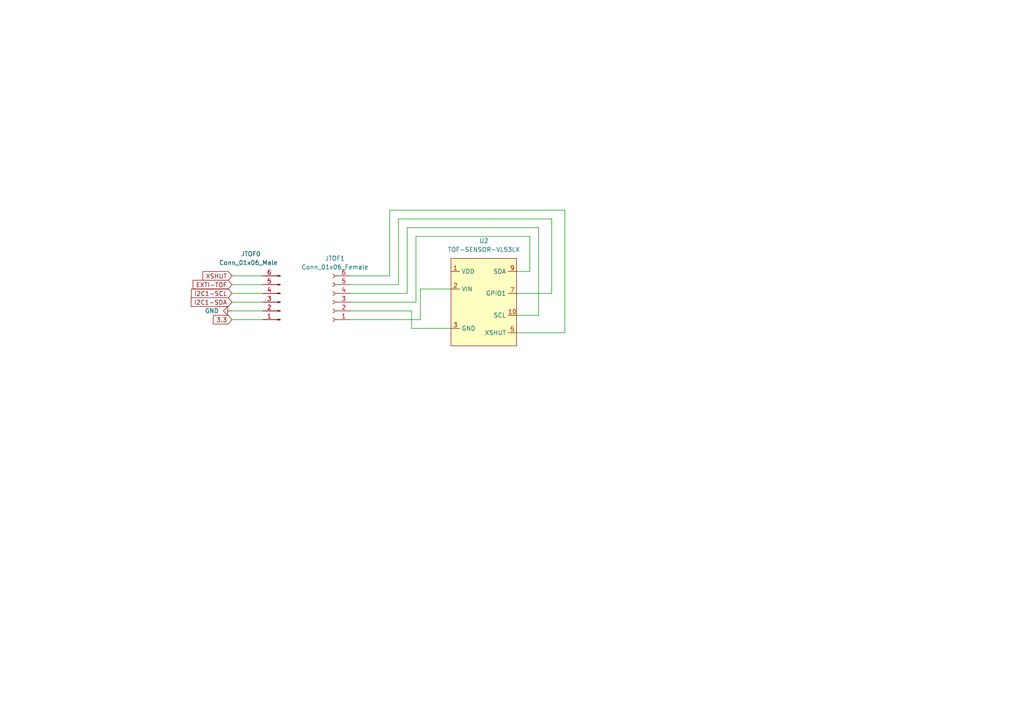
<source format=kicad_sch>
(kicad_sch (version 20211123) (generator eeschema)
  (paper "A4")
  (lib_symbols
    (symbol "Connector:Conn_01x06_Female" (pin_names (offset 1.016) hide)
      (property "Reference" "J" (at 0 7.62 0))
      (property "Value" "Conn_01x06_Female" (at 0 -10.16 0))
      (symbol "Conn_01x06_Female_1_1"
        (arc (start 0 -7.112) (mid -0.508 -7.62) (end 0 -8.128) (stroke (width 0.1524)))
        (arc (start 0 -4.572) (mid -0.508 -5.08) (end 0 -5.588) (stroke (width 0.1524)))
        (arc (start 0 -2.032) (mid -0.508 -2.54) (end 0 -3.048) (stroke (width 0.1524)))
        (polyline (pts (xy -1.27 -7.62) (xy -0.508 -7.62)) (stroke (width 0.1524)))
        (polyline (pts (xy -1.27 -5.08) (xy -0.508 -5.08)) (stroke (width 0.1524)))
        (polyline (pts (xy -1.27 -2.54) (xy -0.508 -2.54)) (stroke (width 0.1524)))
        (polyline (pts (xy -1.27 0) (xy -0.508 0)) (stroke (width 0.1524)))
        (polyline (pts (xy -1.27 2.54) (xy -0.508 2.54)) (stroke (width 0.1524)))
        (polyline (pts (xy -1.27 5.08) (xy -0.508 5.08)) (stroke (width 0.1524)))
        (arc (start 0 0.508) (mid -0.508 0) (end 0 -0.508) (stroke (width 0.1524)))
        (arc (start 0 3.048) (mid -0.508 2.54) (end 0 2.032) (stroke (width 0.1524)))
        (arc (start 0 5.588) (mid -0.508 5.08) (end 0 4.572) (stroke (width 0.1524)))
        (pin passive line (at -5.08 5.08 0) (length 3.81) (name "Pin_1") (number "1"))
        (pin passive line (at -5.08 2.54 0) (length 3.81) (name "Pin_2") (number "2"))
        (pin passive line (at -5.08 0 0) (length 3.81) (name "Pin_3") (number "3"))
        (pin passive line (at -5.08 -2.54 0) (length 3.81) (name "Pin_4") (number "4"))
        (pin passive line (at -5.08 -5.08 0) (length 3.81) (name "Pin_5") (number "5"))
        (pin passive line (at -5.08 -7.62 0) (length 3.81) (name "Pin_6") (number "6"))
      )
    )
    (symbol "Connector:Conn_01x06_Male" (pin_names (offset 1.016) hide)
      (property "Reference" "J" (at 0 7.62 0))
      (property "Value" "Conn_01x06_Male" (at 0 -10.16 0))
      (symbol "Conn_01x06_Male_1_1"
        (polyline (pts (xy 1.27 -7.62) (xy 0.8636 -7.62)) (stroke (width 0.1524)))
        (polyline (pts (xy 1.27 -5.08) (xy 0.8636 -5.08)) (stroke (width 0.1524)))
        (polyline (pts (xy 1.27 -2.54) (xy 0.8636 -2.54)) (stroke (width 0.1524)))
        (polyline (pts (xy 1.27 0) (xy 0.8636 0)) (stroke (width 0.1524)))
        (polyline (pts (xy 1.27 2.54) (xy 0.8636 2.54)) (stroke (width 0.1524)))
        (polyline (pts (xy 1.27 5.08) (xy 0.8636 5.08)) (stroke (width 0.1524)))
        (rectangle (start 0.8636 -7.493) (end 0 -7.747) (stroke (width 0.1524)) (fill (type outline)))
        (rectangle (start 0.8636 -4.953) (end 0 -5.207) (stroke (width 0.1524)) (fill (type outline)))
        (rectangle (start 0.8636 -2.413) (end 0 -2.667) (stroke (width 0.1524)) (fill (type outline)))
        (rectangle (start 0.8636 0.127) (end 0 -0.127) (stroke (width 0.1524)) (fill (type outline)))
        (rectangle (start 0.8636 2.667) (end 0 2.413) (stroke (width 0.1524)) (fill (type outline)))
        (rectangle (start 0.8636 5.207) (end 0 4.953) (stroke (width 0.1524)) (fill (type outline)))
        (pin passive line (at 5.08 5.08 180) (length 3.81) (name "Pin_1") (number "1"))
        (pin passive line (at 5.08 2.54 180) (length 3.81) (name "Pin_2") (number "2"))
        (pin passive line (at 5.08 0 180) (length 3.81) (name "Pin_3") (number "3"))
        (pin passive line (at 5.08 -2.54 180) (length 3.81) (name "Pin_4") (number "4"))
        (pin passive line (at 5.08 -5.08 180) (length 3.81) (name "Pin_5") (number "5"))
        (pin passive line (at 5.08 -7.62 180) (length 3.81) (name "Pin_6") (number "6"))
      )
    )
    (symbol "Sensors_Beerator:TOF-SENSOR-VL53LX"
      (property "Reference" "U" (at 0 0 0))
      (property "Value" "TOF-SENSOR-VL53LX" (at 0 0 0))
      (symbol "TOF-SENSOR-VL53LX_0_1"
        (rectangle (start -10.16 -3.81) (end 8.89 -29.21) (fill (type background)))
      )
      (symbol "TOF-SENSOR-VL53LX_1_1"
        (pin power_out line (at -10.16 -7.62 0) (length 2.54) (name "VDD") (number "1"))
        (pin input line (at 8.89 -20.32 180) (length 2.54) (name "SCL") (number "10"))
        (pin power_in line (at -10.16 -12.7 0) (length 2.54) (name "VIN") (number "2"))
        (pin power_out line (at -10.16 -24.13 0) (length 2.54) (name "GND") (number "3"))
        (pin input line (at 8.89 -25.4 180) (length 2.54) (name "XSHUT") (number "5"))
        (pin output line (at 8.89 -13.97 180) (length 2.54) (name "GPIO1") (number "7"))
        (pin bidirectional line (at 8.89 -7.62 180) (length 2.54) (name "SDA") (number "9"))
      )
    )
    (symbol "power:GND" (power) (pin_names (offset 0))
      (property "Value" "GND" (at 0 -3.81 0))
      (symbol "GND_0_1"
        (polyline (pts (xy 0 0) (xy 0 -1.27) (xy 1.27 -1.27) (xy 0 -2.54) (xy -1.27 -1.27) (xy 0 -1.27)))
      )
      (symbol "GND_1_1"
        (pin power_in line (at 0 0 270) (length 0) hide (name "GND") (number "1"))
      )
    )
  )
  (wire (pts (xy 119.38 95.25) (xy 130.81 95.25)))
  (wire (pts (xy 115.57 63.5) (xy 160.02 63.5)))
  (wire (pts (xy 120.65 68.58) (xy 153.67 68.58)))
  (wire (pts (xy 113.03 60.96) (xy 163.83 60.96)))
  (wire (pts (xy 153.67 68.58) (xy 153.67 78.74)))
  (wire (pts (xy 156.21 66.04) (xy 156.21 91.44)))
  (wire (pts (xy 163.83 96.52) (xy 149.86 96.52)))
  (wire (pts (xy 113.03 80.01) (xy 113.03 60.96)))
  (wire (pts (xy 156.21 91.44) (xy 149.86 91.44)))
  (wire (pts (xy 119.38 90.17) (xy 119.38 95.25)))
  (wire (pts (xy 101.6 80.01) (xy 113.03 80.01)))
  (wire (pts (xy 118.11 66.04) (xy 156.21 66.04)))
  (wire (pts (xy 153.67 78.74) (xy 149.86 78.74)))
  (wire (pts (xy 101.6 92.71) (xy 121.92 92.71)))
  (wire (pts (xy 101.6 87.63) (xy 120.65 87.63)))
  (wire (pts (xy 101.6 85.09) (xy 118.11 85.09)))
  (wire (pts (xy 118.11 85.09) (xy 118.11 66.04)))
  (wire (pts (xy 101.6 90.17) (xy 119.38 90.17)))
  (wire (pts (xy 67.31 85.09) (xy 76.2 85.09)))
  (wire (pts (xy 160.02 85.09) (xy 149.86 85.09)))
  (wire (pts (xy 121.92 83.82) (xy 130.81 83.82)))
  (wire (pts (xy 67.31 87.63) (xy 76.2 87.63)))
  (wire (pts (xy 120.65 87.63) (xy 120.65 68.58)))
  (wire (pts (xy 67.31 92.71) (xy 76.2 92.71)))
  (wire (pts (xy 67.31 90.17) (xy 76.2 90.17)))
  (wire (pts (xy 67.31 80.01) (xy 76.2 80.01)))
  (wire (pts (xy 121.92 92.71) (xy 121.92 83.82)))
  (wire (pts (xy 115.57 82.55) (xy 115.57 63.5)))
  (wire (pts (xy 67.31 82.55) (xy 76.2 82.55)))
  (wire (pts (xy 101.6 82.55) (xy 115.57 82.55)))
  (wire (pts (xy 163.83 60.96) (xy 163.83 96.52)))
  (wire (pts (xy 160.02 63.5) (xy 160.02 85.09)))
  (global_label "XSHUT" (shape input) (at 67.31 80.01 180) (property "Intersheet References" "${INTERSHEET_REFS}" (effects hide)))
  (global_label "EXTI-TOF" (shape input) (at 67.31 82.55 180) (property "Intersheet References" "${INTERSHEET_REFS}" (effects hide)))
  (global_label "3.3" (shape input) (at 67.31 92.71 180) (property "Intersheet References" "${INTERSHEET_REFS}" (effects hide)))
  (global_label "I2C1-SCL" (shape input) (at 67.31 85.09 180) (property "Intersheet References" "${INTERSHEET_REFS}" (effects hide)))
  (global_label "I2C1-SDA" (shape input) (at 67.31 87.63 180) (property "Intersheet References" "${INTERSHEET_REFS}" (effects hide)))
  (symbol (lib_id "power:GND") (at 67.31 90.17 270) (unit 1)
    (property "Reference" "#PWR0111" (effects hide))
    (property "Value" "GND" (at 63.5 90.1699 90) (effects (justify right)))
  )
  (symbol (lib_id "Sensors_Beerator:TOF-SENSOR-VL53LX") (at 140.97 71.12 0) (unit 1)
    (property "Reference" "U2" (at 140.335 69.85 0))
    (property "Value" "TOF-SENSOR-VL53LX" (at 140.335 72.39 0))
  )
  (symbol (lib_id "Connector:Conn_01x06_Male") (at 81.28 87.63 180) (unit 1)
    (property "Reference" "JTOF0" (at 69.85 73.66 0) (effects (justify right)))
    (property "Value" "Conn_01x06_Male" (at 63.5 76.2 0) (effects (justify right)))
  )
  (symbol (lib_id "Connector:Conn_01x06_Female") (at 96.52 87.63 180) (unit 1)
    (property "Reference" "JTOF1" (at 97.155 74.93 0))
    (property "Value" "Conn_01x06_Female" (at 97.155 77.47 0))
    (property "Footprint" "Connector_JST:JST_XH_B2B-XH-AM_1x06_P2.50mm_Vertical" (effects hide))
  )
)
</source>
